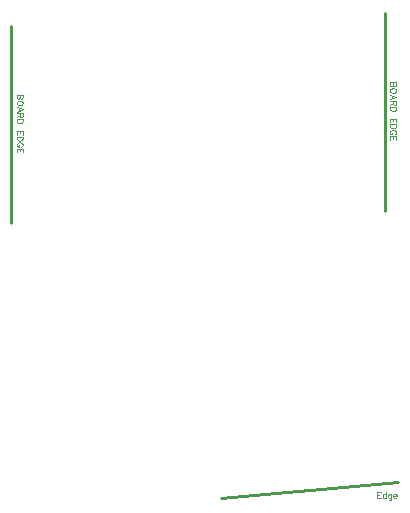
<source format=gbr>
G04 DipTrace 3.3.1.3*
G04 TopAssy.gbr*
%MOIN*%
G04 #@! TF.FileFunction,Drawing,Top*
G04 #@! TF.Part,Single*
%ADD10C,0.009843*%
%ADD83C,0.003088*%
%FSLAX26Y26*%
G04*
G70*
G90*
G75*
G01*
G04 TopAssy*
%LPD*%
X1896754Y2009288D2*
D10*
Y1351020D1*
X652073Y1968208D2*
Y1309940D1*
X1351332Y395421D2*
X1942923Y446018D1*
X1935053Y1779588D2*
D83*
X1914957D1*
Y1770966D1*
X1915930Y1768092D1*
X1916880Y1767142D1*
X1918782Y1766191D1*
X1921656D1*
X1923579Y1767142D1*
X1924530Y1768092D1*
X1925480Y1770966D1*
X1926453Y1768092D1*
X1927404Y1767142D1*
X1929305Y1766191D1*
X1931228D1*
X1933130Y1767142D1*
X1934102Y1768092D1*
X1935053Y1770966D1*
Y1779588D1*
X1925480D2*
Y1770966D1*
X1935053Y1754267D2*
X1934102Y1756191D1*
X1932179Y1758092D1*
X1930278Y1759065D1*
X1927404Y1760015D1*
X1922606D1*
X1919754Y1759065D1*
X1917831Y1758092D1*
X1915930Y1756191D1*
X1914957Y1754267D1*
Y1750443D1*
X1915930Y1748541D1*
X1917831Y1746618D1*
X1919754Y1745667D1*
X1922606Y1744717D1*
X1927404D1*
X1930278Y1745667D1*
X1932179Y1746618D1*
X1934102Y1748541D1*
X1935053Y1750443D1*
Y1754267D1*
X1914957Y1723220D2*
X1935053Y1730892D1*
X1914957Y1738541D1*
X1921656Y1735667D2*
Y1726094D1*
X1925480Y1717045D2*
Y1708445D1*
X1926453Y1705571D1*
X1927404Y1704598D1*
X1929305Y1703647D1*
X1931228D1*
X1933130Y1704598D1*
X1934102Y1705571D1*
X1935053Y1708445D1*
Y1717045D1*
X1914957D1*
X1925480Y1710346D2*
X1914957Y1703647D1*
X1935053Y1697472D2*
X1914957D1*
Y1690773D1*
X1915930Y1687899D1*
X1917831Y1685976D1*
X1919754Y1685025D1*
X1922606Y1684074D1*
X1927404D1*
X1930278Y1685025D1*
X1932179Y1685976D1*
X1934102Y1687899D1*
X1935053Y1690773D1*
Y1697472D1*
Y1646034D2*
Y1658458D1*
X1914957D1*
Y1646034D1*
X1925480Y1658458D2*
Y1650809D1*
X1935053Y1639858D2*
X1914957D1*
Y1633159D1*
X1915930Y1630285D1*
X1917831Y1628362D1*
X1919754Y1627411D1*
X1922606Y1626461D1*
X1927404D1*
X1930278Y1627411D1*
X1932179Y1628362D1*
X1934102Y1630285D1*
X1935053Y1633159D1*
Y1639858D1*
X1930278Y1605937D2*
X1932179Y1606888D1*
X1934102Y1608811D1*
X1935053Y1610712D1*
Y1614537D1*
X1934102Y1616460D1*
X1932179Y1618361D1*
X1930278Y1619334D1*
X1927404Y1620285D1*
X1922606D1*
X1919754Y1619334D1*
X1917831Y1618362D1*
X1915930Y1616460D1*
X1914957Y1614537D1*
Y1610712D1*
X1915930Y1608811D1*
X1917831Y1606888D1*
X1919754Y1605937D1*
X1922606D1*
Y1610712D1*
X1935053Y1587337D2*
Y1599761D1*
X1914957D1*
Y1587337D1*
X1925480Y1599761D2*
Y1592112D1*
X690372Y1738508D2*
X670276D1*
Y1729886D1*
X671249Y1727012D1*
X672199Y1726062D1*
X674100Y1725111D1*
X676975D1*
X678898Y1726062D1*
X679849Y1727012D1*
X680799Y1729886D1*
X681772Y1727012D1*
X682723Y1726062D1*
X684624Y1725111D1*
X686547D1*
X688448Y1726062D1*
X689421Y1727012D1*
X690372Y1729886D1*
Y1738508D1*
X680799D2*
Y1729886D1*
X690372Y1713187D2*
X689421Y1715111D1*
X687498Y1717012D1*
X685597Y1717985D1*
X682723Y1718935D1*
X677925D1*
X675073Y1717985D1*
X673150Y1717012D1*
X671249Y1715111D1*
X670276Y1713187D1*
Y1709363D1*
X671249Y1707461D1*
X673150Y1705538D1*
X675073Y1704587D1*
X677925Y1703637D1*
X682723D1*
X685597Y1704587D1*
X687498Y1705538D1*
X689421Y1707461D1*
X690372Y1709363D1*
Y1713187D1*
X670276Y1682140D2*
X690372Y1689812D1*
X670276Y1697461D1*
X676975Y1694587D2*
Y1685014D1*
X680799Y1675965D2*
Y1667365D1*
X681772Y1664491D1*
X682723Y1663518D1*
X684624Y1662567D1*
X686547D1*
X688448Y1663518D1*
X689421Y1664491D1*
X690372Y1667365D1*
Y1675965D1*
X670276D1*
X680799Y1669266D2*
X670276Y1662567D1*
X690372Y1656392D2*
X670276D1*
Y1649693D1*
X671249Y1646819D1*
X673150Y1644896D1*
X675073Y1643945D1*
X677925Y1642994D1*
X682723D1*
X685597Y1643945D1*
X687498Y1644896D1*
X689421Y1646819D1*
X690372Y1649693D1*
Y1656392D1*
Y1604954D2*
Y1617378D1*
X670276D1*
Y1604954D1*
X680799Y1617378D2*
Y1609729D1*
X690372Y1598778D2*
X670276D1*
Y1592079D1*
X671249Y1589205D1*
X673150Y1587282D1*
X675073Y1586331D1*
X677925Y1585381D1*
X682723D1*
X685597Y1586331D1*
X687498Y1587282D1*
X689421Y1589205D1*
X690372Y1592079D1*
Y1598778D1*
X685597Y1564857D2*
X687498Y1565807D1*
X689421Y1567731D1*
X690372Y1569632D1*
Y1573457D1*
X689421Y1575380D1*
X687498Y1577281D1*
X685597Y1578254D1*
X682723Y1579205D1*
X677925D1*
X675073Y1578254D1*
X673150Y1577281D1*
X671249Y1575380D1*
X670276Y1573457D1*
Y1569632D1*
X671249Y1567731D1*
X673150Y1565807D1*
X675073Y1564857D1*
X677925D1*
Y1569632D1*
X690372Y1546257D2*
Y1558681D1*
X670276D1*
Y1546257D1*
X680799Y1558681D2*
Y1551032D1*
X1883772Y414157D2*
X1871348D1*
Y394060D1*
X1883772D1*
X1871348Y404584D2*
X1878997D1*
X1901422Y414157D2*
Y394060D1*
Y404584D2*
X1899521Y406507D1*
X1897597Y407458D1*
X1894723D1*
X1892822Y406507D1*
X1890899Y404584D1*
X1889948Y401710D1*
Y399809D1*
X1890899Y396935D1*
X1892822Y395033D1*
X1894723Y394060D1*
X1897597D1*
X1899521Y395033D1*
X1901422Y396935D1*
X1919072Y406507D2*
Y391186D1*
X1918121Y388335D1*
X1917170Y387362D1*
X1915247Y386411D1*
X1912373D1*
X1910472Y387362D1*
X1919072Y403633D2*
X1917170Y405534D1*
X1915247Y406507D1*
X1912373D1*
X1910472Y405534D1*
X1908548Y403633D1*
X1907598Y400759D1*
Y398836D1*
X1908548Y395984D1*
X1910472Y394060D1*
X1912373Y393110D1*
X1915247D1*
X1917170Y394060D1*
X1919072Y395984D1*
X1925247Y401710D2*
X1936721D1*
Y403633D1*
X1935771Y405557D1*
X1934820Y406507D1*
X1932897Y407458D1*
X1930023D1*
X1928121Y406507D1*
X1926198Y404584D1*
X1925247Y401710D1*
Y399809D1*
X1926198Y396935D1*
X1928121Y395033D1*
X1930023Y394060D1*
X1932897D1*
X1934820Y395033D1*
X1936721Y396935D1*
M02*

</source>
